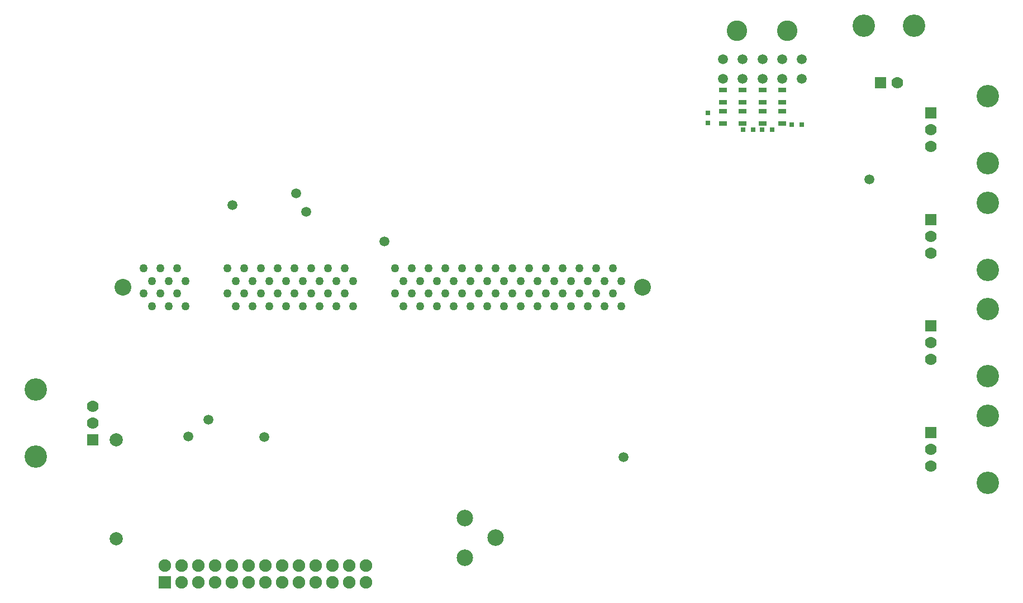
<source format=gbs>
G04 #@! TF.FileFunction,Soldermask,Bot*
%FSLAX46Y46*%
G04 Gerber Fmt 4.6, Leading zero omitted, Abs format (unit mm)*
G04 Created by KiCad (PCBNEW (2016-07-28 BZR 6996, Git e15ad93)-product) date Mon Aug  8 00:28:43 2016*
%MOMM*%
%LPD*%
G01*
G04 APERTURE LIST*
%ADD10C,0.100000*%
%ADD11R,1.300000X0.700000*%
%ADD12R,0.800000X0.750000*%
%ADD13C,2.540000*%
%ADD14C,1.270000*%
%ADD15C,1.778000*%
%ADD16R,1.778000X1.778000*%
%ADD17C,3.400000*%
%ADD18C,2.500000*%
%ADD19C,1.500000*%
%ADD20C,3.100000*%
%ADD21R,1.905000X1.905000*%
%ADD22O,1.905000X1.905000*%
%ADD23C,1.998980*%
%ADD24C,1.501140*%
%ADD25R,0.750000X0.800000*%
G04 APERTURE END LIST*
D10*
D11*
X114204000Y73562000D03*
X114204000Y75462000D03*
D12*
X114185000Y72644000D03*
X115685000Y72644000D03*
X118630000Y73406000D03*
X120130000Y73406000D03*
D13*
X17272000Y48768000D03*
X96012000Y48768000D03*
D14*
X20447000Y47815500D03*
X21717000Y45910500D03*
X22987000Y47815500D03*
X24257000Y45910500D03*
X25527000Y47815500D03*
X26797000Y45910500D03*
X33147000Y47815500D03*
X34417000Y45910500D03*
X35687000Y47815500D03*
X36957000Y45910500D03*
X38227000Y47815500D03*
X39497000Y45910500D03*
X40767000Y47815500D03*
X42037000Y45910500D03*
X43307000Y47815500D03*
X44577000Y45910500D03*
X45847000Y47815500D03*
X47117000Y45910500D03*
X48387000Y47815500D03*
X49657000Y45910500D03*
X50927000Y47815500D03*
X52197000Y45910500D03*
X58547000Y47815500D03*
X59817000Y45910500D03*
X61087000Y47815500D03*
X62357000Y45910500D03*
X63627000Y47815500D03*
X64897000Y45910500D03*
X66167000Y47815500D03*
X67437000Y45910500D03*
X68707000Y47815500D03*
X69977000Y45910500D03*
X71247000Y47815500D03*
X72517000Y45910500D03*
X73787000Y47815500D03*
X75057000Y45910500D03*
X76327000Y47815500D03*
X77597000Y45910500D03*
X78867000Y47815500D03*
X80137000Y45910500D03*
X81407000Y47815500D03*
X82677000Y45910500D03*
X83947000Y47815500D03*
X85217000Y45910500D03*
X86487000Y47815500D03*
X87757000Y45910500D03*
X89027000Y47815500D03*
X90297000Y45910500D03*
X91567000Y47815500D03*
X92837000Y45910500D03*
X20447000Y51625500D03*
X21717000Y49720500D03*
X22987000Y51625500D03*
X24257000Y49720500D03*
X25527000Y51625500D03*
X26797000Y49720500D03*
X33147000Y51625500D03*
X34417000Y49720500D03*
X35687000Y51625500D03*
X36957000Y49720500D03*
X38227000Y51625500D03*
X39497000Y49720500D03*
X40767000Y51625500D03*
X42037000Y49720500D03*
X43307000Y51625500D03*
X44577000Y49720500D03*
X45847000Y51625500D03*
X47117000Y49720500D03*
X48387000Y51625500D03*
X49657000Y49720500D03*
X50927000Y51625500D03*
X52197000Y49720500D03*
X58547000Y51625500D03*
X59817000Y49720500D03*
X61087000Y51625500D03*
X62357000Y49720500D03*
X63627000Y51625500D03*
X64897000Y49720500D03*
X66167000Y51625500D03*
X67437000Y49720500D03*
X68707000Y51625500D03*
X69977000Y49720500D03*
X71247000Y51625500D03*
X72517000Y49720500D03*
X73787000Y51625500D03*
X75057000Y49720500D03*
X76327000Y51625500D03*
X77597000Y49720500D03*
X78867000Y51625500D03*
X80137000Y49720500D03*
X81407000Y51625500D03*
X82677000Y49720500D03*
X83947000Y51625500D03*
X85217000Y49720500D03*
X86487000Y51625500D03*
X87757000Y49720500D03*
X89027000Y51625500D03*
X90297000Y49720500D03*
X91567000Y51625500D03*
X92837000Y49720500D03*
D15*
X12700000Y30734000D03*
X12700000Y28194000D03*
D16*
X12700000Y25654000D03*
D17*
X4060000Y23114000D03*
X4060000Y33274000D03*
D18*
X69088000Y13820140D03*
X69088000Y7820660D03*
X73787000Y10820400D03*
D19*
X108204000Y83312000D03*
X108204000Y80312000D03*
D20*
X110304000Y87632000D03*
D19*
X111204000Y80312000D03*
X111204000Y83312000D03*
X114204000Y83312000D03*
X114204000Y80312000D03*
X117204000Y80312000D03*
X117204000Y83312000D03*
X120204000Y80312000D03*
X120204000Y83312000D03*
D20*
X118004000Y87632000D03*
D15*
X134620000Y79756000D03*
D16*
X132080000Y79756000D03*
D17*
X129540000Y88396000D03*
X137160000Y88396000D03*
D15*
X139700000Y70104000D03*
X139700000Y72644000D03*
D16*
X139700000Y75184000D03*
D17*
X148340000Y77724000D03*
X148340000Y67564000D03*
D15*
X139700000Y53975000D03*
X139700000Y56515000D03*
D16*
X139700000Y59055000D03*
D17*
X148340000Y61595000D03*
X148340000Y51435000D03*
D15*
X139700000Y37846000D03*
X139700000Y40386000D03*
D16*
X139700000Y42926000D03*
D17*
X148340000Y45466000D03*
X148340000Y35306000D03*
D15*
X139700000Y21717000D03*
X139700000Y24257000D03*
D16*
X139700000Y26797000D03*
D17*
X148340000Y29337000D03*
X148340000Y19177000D03*
D21*
X23622000Y4064000D03*
D22*
X23622000Y6604000D03*
X26162000Y4064000D03*
X26162000Y6604000D03*
X28702000Y4064000D03*
X28702000Y6604000D03*
X31242000Y4064000D03*
X31242000Y6604000D03*
X33782000Y4064000D03*
X33782000Y6604000D03*
X36322000Y4064000D03*
X36322000Y6604000D03*
X38862000Y4064000D03*
X38862000Y6604000D03*
X41402000Y4064000D03*
X41402000Y6604000D03*
X43942000Y4064000D03*
X43942000Y6604000D03*
X46482000Y4064000D03*
X46482000Y6604000D03*
X49022000Y4064000D03*
X49022000Y6604000D03*
X51562000Y4064000D03*
X51562000Y6604000D03*
X54102000Y4064000D03*
X54102000Y6604000D03*
D23*
X16256000Y10668000D03*
X16256000Y25668000D03*
D11*
X117204000Y76762000D03*
X117204000Y78662000D03*
X117204000Y73562000D03*
X117204000Y75462000D03*
X114204000Y76762000D03*
X114204000Y78662000D03*
X111204000Y76762000D03*
X111204000Y78662000D03*
X111204000Y73562000D03*
X111204000Y75462000D03*
X108204000Y76762000D03*
X108204000Y78662000D03*
X108204000Y73562000D03*
X108204000Y75462000D03*
D24*
X38735000Y26098500D03*
X130429000Y65151000D03*
X93154500Y23050500D03*
X43561000Y62992000D03*
X56896000Y55753000D03*
X33909000Y61214000D03*
X45085000Y60198000D03*
X27178000Y26162000D03*
X30226000Y28702000D03*
D12*
X111264000Y72644000D03*
X112764000Y72644000D03*
D25*
X105918000Y73672000D03*
X105918000Y75172000D03*
M02*

</source>
